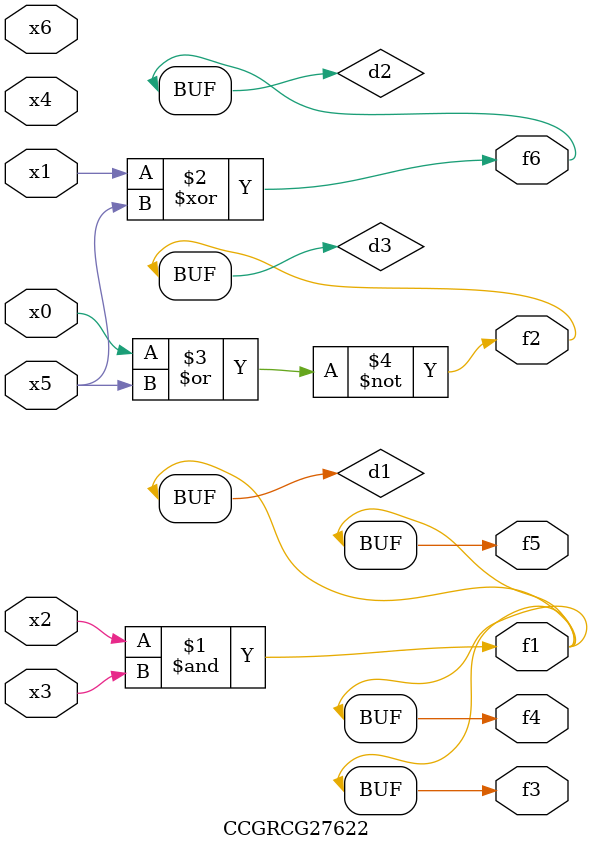
<source format=v>
module CCGRCG27622(
	input x0, x1, x2, x3, x4, x5, x6,
	output f1, f2, f3, f4, f5, f6
);

	wire d1, d2, d3;

	and (d1, x2, x3);
	xor (d2, x1, x5);
	nor (d3, x0, x5);
	assign f1 = d1;
	assign f2 = d3;
	assign f3 = d1;
	assign f4 = d1;
	assign f5 = d1;
	assign f6 = d2;
endmodule

</source>
